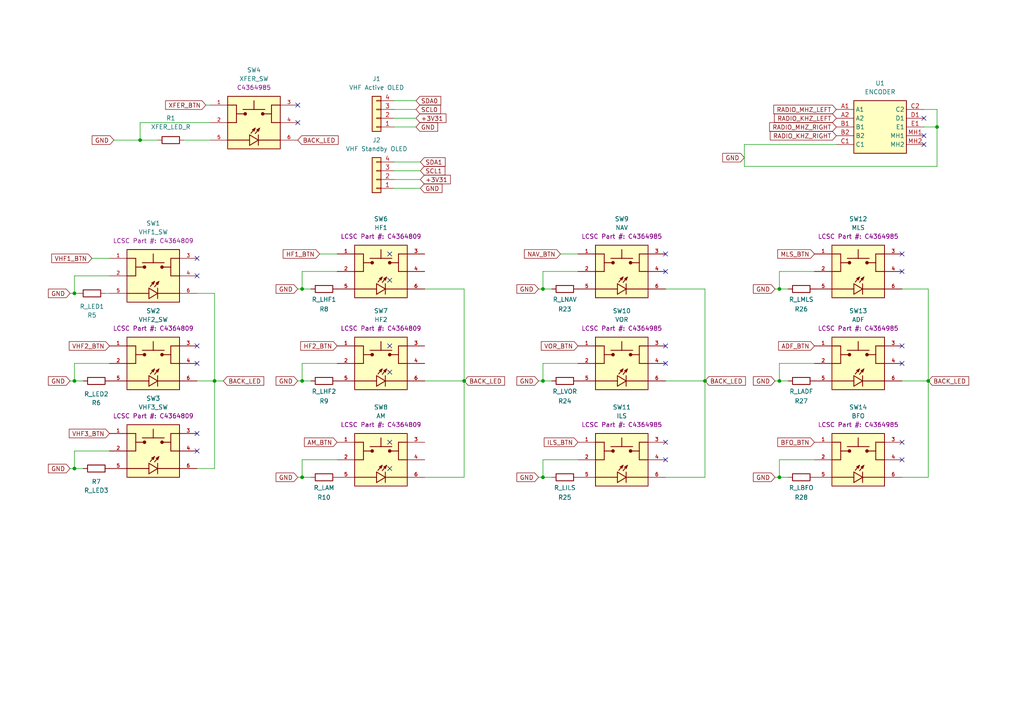
<source format=kicad_sch>
(kicad_sch (version 20231120) (generator "eeschema") (generator_version "8.0")
  (paper "A4")
  (lib_symbols
    (symbol "Connector_Generic:Conn_01x04" (pin_names (offset 1.016) hide)
      (property "Reference" "J" (at 0 5.08 0))
      (property "Value" "Conn_01x04" (at 0 -7.62 0))
      (symbol "Conn_01x04_1_1"
        (rectangle (start -1.27 -4.953) (end 0 -5.207) (stroke (width 0.1524)))
        (rectangle (start -1.27 -2.413) (end 0 -2.667) (stroke (width 0.1524)))
        (rectangle (start -1.27 0.127) (end 0 -0.127) (stroke (width 0.1524)))
        (rectangle (start -1.27 2.667) (end 0 2.413) (stroke (width 0.1524)))
        (rectangle (start -1.27 3.81) (end 1.27 -6.35) (stroke (width 0.254)) (fill (type background)))
        (pin passive line (at -5.08 2.54 0) (length 3.81) (name "Pin_1") (number "1"))
        (pin passive line (at -5.08 0 0) (length 3.81) (name "Pin_2") (number "2"))
        (pin passive line (at -5.08 -2.54 0) (length 3.81) (name "Pin_3") (number "3"))
        (pin passive line (at -5.08 -5.08 0) (length 3.81) (name "Pin_4") (number "4"))
      )
    )
    (symbol "Device:R" (pin_numbers hide) (pin_names (offset 0))
      (property "Reference" "R" (at 2.032 0 90))
      (property "Value" "R" (at 0 0 90))
      (symbol "R_0_1"
        (rectangle (start -1.016 -2.54) (end 1.016 2.54) (stroke (width 0.254)))
      )
      (symbol "R_1_1"
        (pin passive line (at 0 3.81 270) (length 1.27) (name "~") (number "1"))
        (pin passive line (at 0 -3.81 90) (length 1.27) (name "~") (number "2"))
      )
    )
    (symbol "SimPanel:EC11EBB24C03"
      (property "Reference" "U1" (at 0 12.7 0))
      (property "Value" "EC11EBB24C03" (at 0 10.16 0))
      (symbol "EC11EBB24C03_0_0"
        (pin passive line (at -12.7 5.08 0) (length 5.08) (name "A1") (number "A1"))
        (pin passive line (at -12.7 2.54 0) (length 5.08) (name "A2") (number "A2"))
        (pin passive line (at -12.7 0 0) (length 5.08) (name "B1") (number "B1"))
        (pin passive line (at -12.7 -2.54 0) (length 5.08) (name "B2") (number "B2"))
        (pin passive line (at -12.7 -5.08 0) (length 5.08) (name "C1") (number "C1"))
        (pin passive line (at 12.7 2.54 180) (length 5.08) (name "D1") (number "D1"))
        (pin passive line (at 12.7 -5.08 180) (length 5.08) (name "MH2") (number "MH2"))
      )
      (symbol "EC11EBB24C03_1_0"
        (pin passive line (at 12.7 5.08 180) (length 5.08) (name "C2") (number "C2"))
        (pin passive line (at 12.7 0 180) (length 5.08) (name "E1") (number "E1"))
        (pin passive line (at 12.7 -2.54 180) (length 5.08) (name "MH1") (number "MH1"))
      )
      (symbol "EC11EBB24C03_1_1"
        (polyline (pts (xy -7.62 7.62) (xy 7.62 7.62) (xy 7.62 -7.62) (xy -7.62 -7.62) (xy -7.62 7.62)) (stroke (width 0.254)) (fill (type background)))
      )
    )
    (symbol "SimPanel:TL3240F260R" (pin_names (offset 1.016))
      (property "Reference" "S" (at -7.62 8.382 0))
      (property "Value" "TL3240F260R" (at -7.62 -10.16 0))
      (symbol "TL3240F260R_0_0"
        (rectangle (start -7.62 -7.62) (end 7.62 7.62) (stroke (width 0.254)) (fill (type background)))
        (circle (center -2.54 2.54) (radius 0.254) (stroke (width 0.508)))
        (polyline (pts (xy -7.62 5.08) (xy -5.08 5.08)) (stroke (width 0.254)))
        (polyline (pts (xy -5.08 0) (xy -7.62 0)) (stroke (width 0.254)))
        (polyline (pts (xy -5.08 2.54) (xy -5.08 0)) (stroke (width 0.254)))
        (polyline (pts (xy -5.08 2.54) (xy -2.54 2.54)) (stroke (width 0.254)))
        (polyline (pts (xy -5.08 5.08) (xy -5.08 2.54)) (stroke (width 0.254)))
        (polyline (pts (xy -3.175 3.81) (xy 0 3.81)) (stroke (width 0.254)))
        (polyline (pts (xy -1.27 -6.604) (xy 1.27 -5.08)) (stroke (width 0.254)))
        (polyline (pts (xy -1.27 -5.08) (xy -7.62 -5.08)) (stroke (width 0.254)))
        (polyline (pts (xy -1.27 -5.08) (xy -1.27 -6.604)) (stroke (width 0.254)))
        (polyline (pts (xy -1.27 -3.556) (xy -1.27 -5.08)) (stroke (width 0.254)))
        (polyline (pts (xy 0 3.81) (xy 3.175 3.81)) (stroke (width 0.254)))
        (polyline (pts (xy 0 6.35) (xy 0 3.81)) (stroke (width 0.254)))
        (polyline (pts (xy 0.2794 -1.6764) (xy -0.8636 -3.0734)) (stroke (width 0.254)))
        (polyline (pts (xy 1.27 -5.08) (xy -1.27 -3.556)) (stroke (width 0.254)))
        (polyline (pts (xy 1.27 -5.08) (xy 1.27 -6.604)) (stroke (width 0.254)))
        (polyline (pts (xy 1.27 -3.556) (xy 1.27 -5.08)) (stroke (width 0.254)))
        (polyline (pts (xy 1.524 -1.778) (xy 0.381 -3.175)) (stroke (width 0.254)))
        (polyline (pts (xy 5.08 0) (xy 7.62 0)) (stroke (width 0.254)))
        (polyline (pts (xy 5.08 2.54) (xy 2.54 2.54)) (stroke (width 0.254)))
        (polyline (pts (xy 5.08 2.54) (xy 5.08 0)) (stroke (width 0.254)))
        (polyline (pts (xy 5.08 5.08) (xy 5.08 2.54)) (stroke (width 0.254)))
        (polyline (pts (xy 7.62 -5.08) (xy 1.27 -5.08)) (stroke (width 0.254)))
        (polyline (pts (xy 7.62 5.08) (xy 5.08 5.08)) (stroke (width 0.254)))
        (polyline (pts (xy -0.508 -2.032) (xy 0.0635 -2.54) (xy 0.4445 -1.524) (xy -0.508 -2.032)) (stroke (width 0.1524)) (fill (type outline)))
        (polyline (pts (xy 0.762 -2.0955) (xy 1.3335 -2.6035) (xy 1.7145 -1.524) (xy 0.762 -2.0955)) (stroke (width 0.1524)) (fill (type outline)))
        (circle (center 2.54 2.54) (radius 0.254) (stroke (width 0.508)))
        (pin passive line (at -12.7 5.08 0) (length 5.08) (name "~") (number "1"))
        (pin passive line (at -12.7 0 0) (length 5.08) (name "~") (number "2"))
        (pin passive line (at 12.7 5.08 180) (length 5.08) (name "~") (number "3"))
        (pin passive line (at 12.7 0 180) (length 5.08) (name "~") (number "4"))
        (pin passive line (at -12.7 -5.08 0) (length 5.08) (name "~") (number "5"))
        (pin passive line (at 12.7 -5.08 180) (length 5.08) (name "~") (number "6"))
      )
    )
  )
  (junction (at 21.59 135.89))
  (junction (at 157.48 83.82))
  (junction (at 134.62 110.49))
  (junction (at 226.06 110.49))
  (junction (at 226.06 83.82))
  (junction (at 157.48 110.49))
  (junction (at 271.78 36.83))
  (junction (at 226.06 138.43))
  (junction (at 21.59 110.49))
  (junction (at 62.23 110.49))
  (junction (at 204.47 110.49))
  (junction (at 157.48 138.43))
  (junction (at 87.63 110.49))
  (junction (at 87.63 138.43))
  (junction (at 269.24 110.49))
  (junction (at 40.64 40.64))
  (junction (at 87.63 83.82))
  (junction (at 21.59 85.09))
  (no_connect (at 57.15 74.93))
  (no_connect (at 261.62 105.41))
  (no_connect (at 57.15 130.81))
  (no_connect (at 113.03 100.33))
  (no_connect (at 86.36 35.56))
  (no_connect (at 267.97 39.37))
  (no_connect (at 113.03 73.66))
  (no_connect (at 113.03 128.27))
  (no_connect (at 261.62 100.33))
  (no_connect (at 193.04 100.33))
  (no_connect (at 57.15 125.73))
  (no_connect (at 57.15 105.41))
  (no_connect (at 267.97 41.91))
  (no_connect (at 193.04 105.41))
  (no_connect (at 57.15 100.33))
  (no_connect (at 267.97 34.29))
  (no_connect (at 113.03 107.95))
  (no_connect (at 261.62 78.74))
  (no_connect (at 193.04 78.74))
  (no_connect (at 261.62 73.66))
  (no_connect (at 193.04 128.27))
  (no_connect (at 113.03 81.28))
  (no_connect (at 193.04 133.35))
  (no_connect (at 261.62 133.35))
  (no_connect (at 193.04 73.66))
  (no_connect (at 86.36 30.48))
  (no_connect (at 57.15 80.01))
  (no_connect (at 261.62 128.27))
  (no_connect (at 113.03 135.89))
  (wire (pts (xy 224.79 83.82) (xy 226.06 83.82)))
  (wire (pts (xy 21.59 85.09) (xy 22.86 85.09)))
  (wire (pts (xy 121.92 49.53) (xy 114.3 49.53)))
  (wire (pts (xy 21.59 80.01) (xy 21.59 85.09)))
  (wire (pts (xy 21.59 135.89) (xy 24.13 135.89)))
  (wire (pts (xy 31.75 105.41) (xy 21.59 105.41)))
  (wire (pts (xy 224.79 110.49) (xy 226.06 110.49)))
  (wire (pts (xy 40.64 40.64) (xy 45.72 40.64)))
  (wire (pts (xy 236.22 105.41) (xy 226.06 105.41)))
  (wire (pts (xy 40.64 35.56) (xy 40.64 40.64)))
  (wire (pts (xy 226.06 133.35) (xy 226.06 138.43)))
  (wire (pts (xy 114.3 36.83) (xy 120.65 36.83)))
  (wire (pts (xy 86.36 138.43) (xy 87.63 138.43)))
  (wire (pts (xy 267.97 31.75) (xy 271.78 31.75)))
  (wire (pts (xy 87.63 83.82) (xy 90.17 83.82)))
  (wire (pts (xy 134.62 110.49) (xy 134.62 138.43)))
  (wire (pts (xy 261.62 83.82) (xy 269.24 83.82)))
  (wire (pts (xy 157.48 110.49) (xy 160.02 110.49)))
  (wire (pts (xy 261.62 110.49) (xy 269.24 110.49)))
  (wire (pts (xy 21.59 105.41) (xy 21.59 110.49)))
  (wire (pts (xy 40.64 35.56) (xy 60.96 35.56)))
  (wire (pts (xy 204.47 83.82) (xy 204.47 110.49)))
  (wire (pts (xy 167.64 78.74) (xy 157.48 78.74)))
  (wire (pts (xy 269.24 83.82) (xy 269.24 110.49)))
  (wire (pts (xy 20.32 85.09) (xy 21.59 85.09)))
  (wire (pts (xy 167.64 105.41) (xy 157.48 105.41)))
  (wire (pts (xy 215.9 41.91) (xy 215.9 48.26)))
  (wire (pts (xy 120.65 29.21) (xy 114.3 29.21)))
  (wire (pts (xy 123.19 83.82) (xy 134.62 83.82)))
  (wire (pts (xy 123.19 110.49) (xy 134.62 110.49)))
  (wire (pts (xy 267.97 36.83) (xy 271.78 36.83)))
  (wire (pts (xy 64.77 110.49) (xy 62.23 110.49)))
  (wire (pts (xy 120.65 34.29) (xy 114.3 34.29)))
  (wire (pts (xy 226.06 105.41) (xy 226.06 110.49)))
  (wire (pts (xy 193.04 110.49) (xy 204.47 110.49)))
  (wire (pts (xy 57.15 110.49) (xy 62.23 110.49)))
  (wire (pts (xy 87.63 105.41) (xy 87.63 110.49)))
  (wire (pts (xy 97.79 73.66) (xy 92.71 73.66)))
  (wire (pts (xy 121.92 46.99) (xy 114.3 46.99)))
  (wire (pts (xy 21.59 130.81) (xy 21.59 135.89)))
  (wire (pts (xy 224.79 138.43) (xy 226.06 138.43)))
  (wire (pts (xy 269.24 110.49) (xy 269.24 138.43)))
  (wire (pts (xy 123.19 138.43) (xy 134.62 138.43)))
  (wire (pts (xy 31.75 85.09) (xy 30.48 85.09)))
  (wire (pts (xy 87.63 138.43) (xy 90.17 138.43)))
  (wire (pts (xy 121.92 52.07) (xy 114.3 52.07)))
  (wire (pts (xy 87.63 78.74) (xy 87.63 83.82)))
  (wire (pts (xy 33.02 40.64) (xy 40.64 40.64)))
  (wire (pts (xy 226.06 78.74) (xy 226.06 83.82)))
  (wire (pts (xy 226.06 83.82) (xy 228.6 83.82)))
  (wire (pts (xy 226.06 110.49) (xy 228.6 110.49)))
  (wire (pts (xy 62.23 110.49) (xy 62.23 135.89)))
  (wire (pts (xy 62.23 85.09) (xy 62.23 110.49)))
  (wire (pts (xy 157.48 133.35) (xy 157.48 138.43)))
  (wire (pts (xy 242.57 41.91) (xy 215.9 41.91)))
  (wire (pts (xy 20.32 110.49) (xy 21.59 110.49)))
  (wire (pts (xy 167.64 73.66) (xy 162.56 73.66)))
  (wire (pts (xy 226.06 138.43) (xy 228.6 138.43)))
  (wire (pts (xy 157.48 138.43) (xy 160.02 138.43)))
  (wire (pts (xy 59.69 30.48) (xy 60.96 30.48)))
  (wire (pts (xy 193.04 138.43) (xy 204.47 138.43)))
  (wire (pts (xy 97.79 133.35) (xy 87.63 133.35)))
  (wire (pts (xy 156.21 138.43) (xy 157.48 138.43)))
  (wire (pts (xy 156.21 110.49) (xy 157.48 110.49)))
  (wire (pts (xy 31.75 74.93) (xy 26.67 74.93)))
  (wire (pts (xy 97.79 105.41) (xy 87.63 105.41)))
  (wire (pts (xy 62.23 135.89) (xy 57.15 135.89)))
  (wire (pts (xy 31.75 130.81) (xy 21.59 130.81)))
  (wire (pts (xy 86.36 110.49) (xy 87.63 110.49)))
  (wire (pts (xy 193.04 83.82) (xy 204.47 83.82)))
  (wire (pts (xy 271.78 31.75) (xy 271.78 36.83)))
  (wire (pts (xy 236.22 78.74) (xy 226.06 78.74)))
  (wire (pts (xy 261.62 138.43) (xy 269.24 138.43)))
  (wire (pts (xy 156.21 83.82) (xy 157.48 83.82)))
  (wire (pts (xy 87.63 110.49) (xy 90.17 110.49)))
  (wire (pts (xy 114.3 54.61) (xy 121.92 54.61)))
  (wire (pts (xy 157.48 105.41) (xy 157.48 110.49)))
  (wire (pts (xy 271.78 36.83) (xy 271.78 48.26)))
  (wire (pts (xy 236.22 133.35) (xy 226.06 133.35)))
  (wire (pts (xy 20.32 135.89) (xy 21.59 135.89)))
  (wire (pts (xy 167.64 133.35) (xy 157.48 133.35)))
  (wire (pts (xy 57.15 85.09) (xy 62.23 85.09)))
  (wire (pts (xy 271.78 48.26) (xy 215.9 48.26)))
  (wire (pts (xy 120.65 31.75) (xy 114.3 31.75)))
  (wire (pts (xy 157.48 83.82) (xy 160.02 83.82)))
  (wire (pts (xy 157.48 78.74) (xy 157.48 83.82)))
  (wire (pts (xy 204.47 110.49) (xy 204.47 138.43)))
  (wire (pts (xy 31.75 80.01) (xy 21.59 80.01)))
  (wire (pts (xy 134.62 83.82) (xy 134.62 110.49)))
  (wire (pts (xy 21.59 110.49) (xy 24.13 110.49)))
  (wire (pts (xy 97.79 78.74) (xy 87.63 78.74)))
  (wire (pts (xy 86.36 83.82) (xy 87.63 83.82)))
  (wire (pts (xy 53.34 40.64) (xy 60.96 40.64)))
  (wire (pts (xy 87.63 133.35) (xy 87.63 138.43)))
  (global_label "GND" (shape input) (at 86.36 110.49 180) (property "Intersheetrefs" "${INTERSHEET_REFS}" (effects (hide yes))))
  (global_label "GND" (shape input) (at 20.32 110.49 180) (property "Intersheetrefs" "${INTERSHEET_REFS}" (effects (hide yes))))
  (global_label "GND" (shape input) (at 156.21 138.43 180) (property "Intersheetrefs" "${INTERSHEET_REFS}" (effects (hide yes))))
  (global_label "BACK_LED" (shape input) (at 269.24 110.49 0) (property "Intersheetrefs" "${INTERSHEET_REFS}" (effects (hide yes))))
  (global_label "SCL0" (shape input) (at 120.65 31.75 0) (property "Intersheetrefs" "${INTERSHEET_REFS}" (effects (hide yes))))
  (global_label "GND" (shape input) (at 20.32 135.89 180) (property "Intersheetrefs" "${INTERSHEET_REFS}" (effects (hide yes))))
  (global_label "GND" (shape input) (at 33.02 40.64 180) (property "Intersheetrefs" "${INTERSHEET_REFS}" (effects (hide yes))))
  (global_label "BACK_LED" (shape input) (at 86.36 40.64 0) (property "Intersheetrefs" "${INTERSHEET_REFS}" (effects (hide yes))))
  (global_label "GND" (shape input) (at 215.9 45.72 180) (property "Intersheetrefs" "${INTERSHEET_REFS}" (effects (hide yes))))
  (global_label "VHF1_BTN" (shape input) (at 26.67 74.93 180) (property "Intersheetrefs" "${INTERSHEET_REFS}" (effects (hide yes))))
  (global_label "VOR_BTN" (shape input) (at 167.64 100.33 180) (property "Intersheetrefs" "${INTERSHEET_REFS}" (effects (hide yes))))
  (global_label "RADIO_KHZ_LEFT" (shape input) (at 242.57 34.29 180) (property "Intersheetrefs" "${INTERSHEET_REFS}" (effects (hide yes))))
  (global_label "GND" (shape input) (at 86.36 83.82 180) (property "Intersheetrefs" "${INTERSHEET_REFS}" (effects (hide yes))))
  (global_label "BFO_BTN" (shape input) (at 236.22 128.27 180) (property "Intersheetrefs" "${INTERSHEET_REFS}" (effects (hide yes))))
  (global_label "BACK_LED" (shape input) (at 134.62 110.49 0) (property "Intersheetrefs" "${INTERSHEET_REFS}" (effects (hide yes))))
  (global_label "GND" (shape input) (at 156.21 110.49 180) (property "Intersheetrefs" "${INTERSHEET_REFS}" (effects (hide yes))))
  (global_label "ADF_BTN" (shape input) (at 236.22 100.33 180) (property "Intersheetrefs" "${INTERSHEET_REFS}" (effects (hide yes))))
  (global_label "GND" (shape input) (at 224.79 110.49 180) (property "Intersheetrefs" "${INTERSHEET_REFS}" (effects (hide yes))))
  (global_label "AM_BTN" (shape input) (at 97.79 128.27 180) (property "Intersheetrefs" "${INTERSHEET_REFS}" (effects (hide yes))))
  (global_label "HF1_BTN" (shape input) (at 92.71 73.66 180) (property "Intersheetrefs" "${INTERSHEET_REFS}" (effects (hide yes))))
  (global_label "GND" (shape input) (at 156.21 83.82 180) (property "Intersheetrefs" "${INTERSHEET_REFS}" (effects (hide yes))))
  (global_label "+3V31" (shape input) (at 121.92 52.07 0) (property "Intersheetrefs" "${INTERSHEET_REFS}" (effects (hide yes))))
  (global_label "VHF2_BTN" (shape input) (at 31.75 100.33 180) (property "Intersheetrefs" "${INTERSHEET_REFS}" (effects (hide yes))))
  (global_label "BACK_LED" (shape input) (at 204.47 110.49 0) (property "Intersheetrefs" "${INTERSHEET_REFS}" (effects (hide yes))))
  (global_label "ILS_BTN" (shape input) (at 167.64 128.27 180) (property "Intersheetrefs" "${INTERSHEET_REFS}" (effects (hide yes))))
  (global_label "+3V31" (shape input) (at 120.65 34.29 0) (property "Intersheetrefs" "${INTERSHEET_REFS}" (effects (hide yes))))
  (global_label "VHF3_BTN" (shape input) (at 31.75 125.73 180) (property "Intersheetrefs" "${INTERSHEET_REFS}" (effects (hide yes))))
  (global_label "BACK_LED" (shape input) (at 64.77 110.49 0) (property "Intersheetrefs" "${INTERSHEET_REFS}" (effects (hide yes))))
  (global_label "SCL1" (shape input) (at 121.92 49.53 0) (property "Intersheetrefs" "${INTERSHEET_REFS}" (effects (hide yes))))
  (global_label "GND" (shape input) (at 20.32 85.09 180) (property "Intersheetrefs" "${INTERSHEET_REFS}" (effects (hide yes))))
  (global_label "NAV_BTN" (shape input) (at 162.56 73.66 180) (property "Intersheetrefs" "${INTERSHEET_REFS}" (effects (hide yes))))
  (global_label "HF2_BTN" (shape input) (at 97.79 100.33 180) (property "Intersheetrefs" "${INTERSHEET_REFS}" (effects (hide yes))))
  (global_label "GND" (shape input) (at 224.79 83.82 180) (property "Intersheetrefs" "${INTERSHEET_REFS}" (effects (hide yes))))
  (global_label "GND" (shape input) (at 224.79 138.43 180) (property "Intersheetrefs" "${INTERSHEET_REFS}" (effects (hide yes))))
  (global_label "RADIO_MHZ_RIGHT" (shape input) (at 242.57 36.83 180) (property "Intersheetrefs" "${INTERSHEET_REFS}" (effects (hide yes))))
  (global_label "GND" (shape input) (at 121.92 54.61 0) (property "Intersheetrefs" "${INTERSHEET_REFS}" (effects (hide yes))))
  (global_label "GND" (shape input) (at 120.65 36.83 0) (property "Intersheetrefs" "${INTERSHEET_REFS}" (effects (hide yes))))
  (global_label "SDA1" (shape input) (at 121.92 46.99 0) (property "Intersheetrefs" "${INTERSHEET_REFS}" (effects (hide yes))))
  (global_label "GND" (shape input) (at 86.36 138.43 180) (property "Intersheetrefs" "${INTERSHEET_REFS}" (effects (hide yes))))
  (global_label "RADIO_MHZ_LEFT" (shape input) (at 242.57 31.75 180) (property "Intersheetrefs" "${INTERSHEET_REFS}" (effects (hide yes))))
  (global_label "XFER_BTN" (shape input) (at 59.69 30.48 180) (property "Intersheetrefs" "${INTERSHEET_REFS}" (effects (hide yes))))
  (global_label "SDA0" (shape input) (at 120.65 29.21 0) (property "Intersheetrefs" "${INTERSHEET_REFS}" (effects (hide yes))))
  (global_label "MLS_BTN" (shape input) (at 236.22 73.66 180) (property "Intersheetrefs" "${INTERSHEET_REFS}" (effects (hide yes))))
  (global_label "RADIO_KHZ_RIGHT" (shape input) (at 242.57 39.37 180) (property "Intersheetrefs" "${INTERSHEET_REFS}" (effects (hide yes))))
  (symbol (lib_id "Device:R") (at 232.41 110.49 270) (unit 1)
    (property "Reference" "R27" (at 232.41 116.332 90))
    (property "Value" "R_LADF" (at 232.41 113.538 90))
    (property "Footprint" "Resistor_SMD:R_1206_3216Metric_Pad1.30x1.75mm_HandSolder" (effects (hide yes)))
    (property "Description" "Resistor" (effects (hide yes)))
  )
  (symbol (lib_id "Device:R") (at 93.98 138.43 270) (unit 1)
    (property "Reference" "R10" (at 93.98 144.272 90))
    (property "Value" "R_LAM" (at 93.98 141.478 90))
    (property "Footprint" "Resistor_SMD:R_1206_3216Metric_Pad1.30x1.75mm_HandSolder" (effects (hide yes)))
    (property "Description" "Resistor" (effects (hide yes)))
  )
  (symbol (lib_id "SimPanel:TL3240F260R") (at 110.49 78.74 0) (unit 1)
    (property "Reference" "SW6" (at 110.49 63.5 0))
    (property "Value" "HF1" (at 110.49 66.04 0))
    (property "Footprint" "SimPanel:SW_TL3240F260R" (effects (hide yes)))
    (property "Datasheet" "https://www.e-switch.com/wp-content/uploads/2022/06/TL6275.pdf" (effects (hide yes)))
    (property "Description" "Push button switch with LED" (effects (hide yes)))
    (property "LCSC Part #" "C4364809" (at 110.49 68.58 0) (show_name yes))
    (property "MF" "E-Switch" (effects (hide yes)))
    (property "MAXIMUM_PACKAGE_HEIGHT" "8.05mm" (effects (hide yes)))
    (property "Package" "None" (effects (hide yes)))
    (property "Price" "None" (effects (hide yes)))
    (property "Check_prices" "https://www.snapeda.com/parts/TL3240F260R/E-Switch/view-part/?ref=eda" (effects (hide yes)))
    (property "STANDARD" "Manufacturer Recommendations" (effects (hide yes)))
    (property "PARTREV" "D" (effects (hide yes)))
    (property "SnapEDA_Link" "https://www.snapeda.com/parts/TL3240F260R/E-Switch/view-part/?ref=snap" (effects (hide yes)))
    (property "MP" "TL3240F260R" (effects (hide yes)))
    (property "Description_1" "\nTactile Switch SPST-NO Top Actuated Surface Mount\n" (effects (hide yes)))
    (property "Availability" "In Stock" (effects (hide yes)))
    (property "MANUFACTURER" "E-Switch" (effects (hide yes)))
  )
  (symbol (lib_id "SimPanel:TL3240F260R") (at 110.49 105.41 0) (unit 1)
    (property "Reference" "SW7" (at 110.49 90.17 0))
    (property "Value" "HF2" (at 110.49 92.71 0))
    (property "Footprint" "SimPanel:SW_TL3240F260R" (effects (hide yes)))
    (property "Datasheet" "https://www.e-switch.com/wp-content/uploads/2022/06/TL6275.pdf" (effects (hide yes)))
    (property "Description" "Push button switch with LED" (effects (hide yes)))
    (property "LCSC Part #" "C4364809" (at 110.49 95.25 0) (show_name yes))
    (property "MF" "E-Switch" (effects (hide yes)))
    (property "MAXIMUM_PACKAGE_HEIGHT" "8.05mm" (effects (hide yes)))
    (property "Package" "None" (effects (hide yes)))
    (property "Price" "None" (effects (hide yes)))
    (property "Check_prices" "https://www.snapeda.com/parts/TL3240F260R/E-Switch/view-part/?ref=eda" (effects (hide yes)))
    (property "STANDARD" "Manufacturer Recommendations" (effects (hide yes)))
    (property "PARTREV" "D" (effects (hide yes)))
    (property "SnapEDA_Link" "https://www.snapeda.com/parts/TL3240F260R/E-Switch/view-part/?ref=snap" (effects (hide yes)))
    (property "MP" "TL3240F260R" (effects (hide yes)))
    (property "Description_1" "\nTactile Switch SPST-NO Top Actuated Surface Mount\n" (effects (hide yes)))
    (property "Availability" "In Stock" (effects (hide yes)))
    (property "MANUFACTURER" "E-Switch" (effects (hide yes)))
  )
  (symbol (lib_id "Device:R") (at 163.83 138.43 270) (unit 1)
    (property "Reference" "R25" (at 163.83 144.272 90))
    (property "Value" "R_LILS" (at 163.83 141.478 90))
    (property "Footprint" "Resistor_SMD:R_1206_3216Metric_Pad1.30x1.75mm_HandSolder" (effects (hide yes)))
    (property "Description" "Resistor" (effects (hide yes)))
  )
  (symbol (lib_id "Device:R") (at 49.53 40.64 90) (unit 1)
    (property "Reference" "R1" (at 49.53 34.29 90))
    (property "Value" "XFER_LED_R" (at 49.53 36.83 90))
    (property "Footprint" "Resistor_SMD:R_1206_3216Metric_Pad1.30x1.75mm_HandSolder" (effects (hide yes)))
    (property "Description" "Resistor" (effects (hide yes)))
  )
  (symbol (lib_id "SimPanel:TL3240F260R") (at 44.45 80.01 0) (unit 1)
    (property "Reference" "SW1" (at 44.45 64.77 0))
    (property "Value" "VHF1_SW" (at 44.45 67.31 0))
    (property "Footprint" "SimPanel:SW_TL3240F260R" (effects (hide yes)))
    (property "Datasheet" "https://www.e-switch.com/wp-content/uploads/2022/06/TL6275.pdf" (effects (hide yes)))
    (property "Description" "Push button switch with LED" (effects (hide yes)))
    (property "LCSC Part #" "C4364809" (at 44.45 69.85 0) (show_name yes))
    (property "MF" "E-Switch" (effects (hide yes)))
    (property "MAXIMUM_PACKAGE_HEIGHT" "8.05mm" (effects (hide yes)))
    (property "Package" "None" (effects (hide yes)))
    (property "Price" "None" (effects (hide yes)))
    (property "Check_prices" "https://www.snapeda.com/parts/TL3240F260R/E-Switch/view-part/?ref=eda" (effects (hide yes)))
    (property "STANDARD" "Manufacturer Recommendations" (effects (hide yes)))
    (property "PARTREV" "D" (effects (hide yes)))
    (property "SnapEDA_Link" "https://www.snapeda.com/parts/TL3240F260R/E-Switch/view-part/?ref=snap" (effects (hide yes)))
    (property "MP" "TL3240F260R" (effects (hide yes)))
    (property "Description_1" "\nTactile Switch SPST-NO Top Actuated Surface Mount\n" (effects (hide yes)))
    (property "Availability" "In Stock" (effects (hide yes)))
    (property "MANUFACTURER" "E-Switch" (effects (hide yes)))
  )
  (symbol (lib_id "SimPanel:TL3240F260R") (at 180.34 105.41 0) (unit 1)
    (property "Reference" "SW10" (at 180.34 90.17 0))
    (property "Value" "VOR" (at 180.34 92.71 0))
    (property "Footprint" "SimPanel:SW_TL3240F260R" (effects (hide yes)))
    (property "Datasheet" "https://www.e-switch.com/wp-content/uploads/2022/06/TL6275.pdf" (effects (hide yes)))
    (property "Description" "Push button switch with LED" (effects (hide yes)))
    (property "LCSC Part #" "C4364985" (at 180.34 95.25 0) (show_name yes))
    (property "MF" "E-Switch" (effects (hide yes)))
    (property "MAXIMUM_PACKAGE_HEIGHT" "8.05mm" (effects (hide yes)))
    (property "Package" "None" (effects (hide yes)))
    (property "Price" "None" (effects (hide yes)))
    (property "Check_prices" "https://www.snapeda.com/parts/TL3240F260R/E-Switch/view-part/?ref=eda" (effects (hide yes)))
    (property "STANDARD" "Manufacturer Recommendations" (effects (hide yes)))
    (property "PARTREV" "D" (effects (hide yes)))
    (property "SnapEDA_Link" "https://www.snapeda.com/parts/TL3240F260R/E-Switch/view-part/?ref=snap" (effects (hide yes)))
    (property "MP" "TL3240F260R" (effects (hide yes)))
    (property "Description_1" "\nTactile Switch SPST-NO Top Actuated Surface Mount\n" (effects (hide yes)))
    (property "Availability" "In Stock" (effects (hide yes)))
    (property "MANUFACTURER" "E-Switch" (effects (hide yes)))
  )
  (symbol (lib_id "Device:R") (at 232.41 138.43 270) (unit 1)
    (property "Reference" "R28" (at 232.41 144.272 90))
    (property "Value" "R_LBFO" (at 232.41 141.478 90))
    (property "Footprint" "Resistor_SMD:R_1206_3216Metric_Pad1.30x1.75mm_HandSolder" (effects (hide yes)))
    (property "Description" "Resistor" (effects (hide yes)))
  )
  (symbol (lib_id "SimPanel:TL3240F260R") (at 44.45 105.41 0) (unit 1)
    (property "Reference" "SW2" (at 44.45 90.17 0))
    (property "Value" "VHF2_SW" (at 44.45 92.71 0))
    (property "Footprint" "SimPanel:SW_TL3240F260R" (effects (hide yes)))
    (property "Datasheet" "https://www.e-switch.com/wp-content/uploads/2022/06/TL6275.pdf" (effects (hide yes)))
    (property "Description" "Push button switch with LED" (effects (hide yes)))
    (property "LCSC Part #" "C4364809" (at 44.45 95.25 0) (show_name yes))
    (property "MF" "E-Switch" (effects (hide yes)))
    (property "MAXIMUM_PACKAGE_HEIGHT" "8.05mm" (effects (hide yes)))
    (property "Package" "None" (effects (hide yes)))
    (property "Price" "None" (effects (hide yes)))
    (property "Check_prices" "https://www.snapeda.com/parts/TL3240F260R/E-Switch/view-part/?ref=eda" (effects (hide yes)))
    (property "STANDARD" "Manufacturer Recommendations" (effects (hide yes)))
    (property "PARTREV" "D" (effects (hide yes)))
    (property "SnapEDA_Link" "https://www.snapeda.com/parts/TL3240F260R/E-Switch/view-part/?ref=snap" (effects (hide yes)))
    (property "MP" "TL3240F260R" (effects (hide yes)))
    (property "Description_1" "\nTactile Switch SPST-NO Top Actuated Surface Mount\n" (effects (hide yes)))
    (property "Availability" "In Stock" (effects (hide yes)))
    (property "MANUFACTURER" "E-Switch" (effects (hide yes)))
  )
  (symbol (lib_id "Connector_Generic:Conn_01x04") (at 109.22 34.29 180) (unit 1)
    (property "Reference" "J1" (at 109.22 22.86 0))
    (property "Value" "VHF Active OLED" (at 109.22 25.4 0))
    (property "Footprint" "Connector_PinSocket_2.54mm:PinSocket_1x04_P2.54mm_Vertical" (effects (hide yes)))
  )
  (symbol (lib_id "Device:R") (at 232.41 83.82 270) (unit 1)
    (property "Reference" "R26" (at 232.41 89.662 90))
    (property "Value" "R_LMLS" (at 232.41 86.868 90))
    (property "Footprint" "Resistor_SMD:R_1206_3216Metric_Pad1.30x1.75mm_HandSolder" (effects (hide yes)))
    (property "Description" "Resistor" (effects (hide yes)))
  )
  (symbol (lib_id "Device:R") (at 93.98 83.82 270) (unit 1)
    (property "Reference" "R8" (at 93.98 89.662 90))
    (property "Value" "R_LHF1" (at 93.98 86.868 90))
    (property "Footprint" "Resistor_SMD:R_1206_3216Metric_Pad1.30x1.75mm_HandSolder" (effects (hide yes)))
    (property "Description" "Resistor" (effects (hide yes)))
  )
  (symbol (lib_id "SimPanel:EC11EBB24C03") (at 255.27 36.83 0) (unit 1)
    (property "Reference" "U1" (at 255.27 24.13 0))
    (property "Value" "ENCODER" (at 255.27 26.67 0))
    (property "Footprint" "SimPanel:EC11EBB24C03" (effects (hide yes)))
    (property "Datasheet" "https://componentsearchengine.com/Datasheets/2/EC11EBB24C03.pdf" (effects (hide yes)))
    (property "Description" "Alps 15 Pulse Incremental Mechanical Rotary Encoder with a 3.5 (Inner Shaft) mm, 6 (Outer Shaft) mm" (effects (hide yes)))
    (property "Height" "33" (effects (hide yes)))
    (property "Manufacturer_Name" "ALPS Electric" (effects (hide yes)))
    (property "Manufacturer_Part_Number" "EC11EBB24C03" (effects (hide yes)))
    (property "Mouser Part Number" "688-EC11EBB24C03" (effects (hide yes)))
    (property "Mouser Price/Stock" "https://www.mouser.co.uk/ProductDetail/Alps-Alpine/EC11EBB24C03?qs=m0BA540hBPc5hAJ6UyzIrA%3D%3D" (effects (hide yes)))
    (property "MobiFlight_Shop" "https://shop.mobiflight.com/product/dual-rotary-encoder" (effects (hide yes)))
  )
  (symbol (lib_id "Device:R") (at 163.83 110.49 270) (unit 1)
    (property "Reference" "R24" (at 163.83 116.332 90))
    (property "Value" "R_LVOR" (at 163.83 113.538 90))
    (property "Footprint" "Resistor_SMD:R_1206_3216Metric_Pad1.30x1.75mm_HandSolder" (effects (hide yes)))
    (property "Description" "Resistor" (effects (hide yes)))
  )
  (symbol (lib_id "Device:R") (at 93.98 110.49 270) (unit 1)
    (property "Reference" "R9" (at 93.98 116.332 90))
    (property "Value" "R_LHF2" (at 93.98 113.538 90))
    (property "Footprint" "Resistor_SMD:R_1206_3216Metric_Pad1.30x1.75mm_HandSolder" (effects (hide yes)))
    (property "Description" "Resistor" (effects (hide yes)))
  )
  (symbol (lib_id "Connector_Generic:Conn_01x04") (at 109.22 52.07 180) (unit 1)
    (property "Reference" "J2" (at 109.22 40.64 0))
    (property "Value" "VHF Standby OLED" (at 109.22 43.18 0))
    (property "Footprint" "Connector_PinSocket_2.54mm:PinSocket_1x04_P2.54mm_Vertical" (effects (hide yes)))
  )
  (symbol (lib_id "SimPanel:TL3240F260R") (at 180.34 133.35 0) (unit 1)
    (property "Reference" "SW11" (at 180.34 118.11 0))
    (property "Value" "ILS" (at 180.34 120.65 0))
    (property "Footprint" "SimPanel:SW_TL3240F260R" (effects (hide yes)))
    (property "Datasheet" "https://www.e-switch.com/wp-content/uploads/2022/06/TL6275.pdf" (effects (hide yes)))
    (property "Description" "Push button switch with LED" (effects (hide yes)))
    (property "LCSC Part #" "C4364985" (at 180.34 123.19 0) (show_name yes))
    (property "MF" "E-Switch" (effects (hide yes)))
    (property "MAXIMUM_PACKAGE_HEIGHT" "8.05mm" (effects (hide yes)))
    (property "Package" "None" (effects (hide yes)))
    (property "Price" "None" (effects (hide yes)))
    (property "Check_prices" "https://www.snapeda.com/parts/TL3240F260R/E-Switch/view-part/?ref=eda" (effects (hide yes)))
    (property "STANDARD" "Manufacturer Recommendations" (effects (hide yes)))
    (property "PARTREV" "D" (effects (hide yes)))
    (property "SnapEDA_Link" "https://www.snapeda.com/parts/TL3240F260R/E-Switch/view-part/?ref=snap" (effects (hide yes)))
    (property "MP" "TL3240F260R" (effects (hide yes)))
    (property "Description_1" "\nTactile Switch SPST-NO Top Actuated Surface Mount\n" (effects (hide yes)))
    (property "Availability" "In Stock" (effects (hide yes)))
    (property "MANUFACTURER" "E-Switch" (effects (hide yes)))
  )
  (symbol (lib_id "SimPanel:TL3240F260R") (at 248.92 133.35 0) (unit 1)
    (property "Reference" "SW14" (at 248.92 118.11 0))
    (property "Value" "BFO" (at 248.92 120.65 0))
    (property "Footprint" "SimPanel:SW_TL3240F260R" (effects (hide yes)))
    (property "Datasheet" "https://www.e-switch.com/wp-content/uploads/2022/06/TL6275.pdf" (effects (hide yes)))
    (property "Description" "Push button switch with LED" (effects (hide yes)))
    (property "LCSC Part #" "C4364985" (at 248.92 123.19 0) (show_name yes))
    (property "MF" "E-Switch" (effects (hide yes)))
    (property "MAXIMUM_PACKAGE_HEIGHT" "8.05mm" (effects (hide yes)))
    (property "Package" "None" (effects (hide yes)))
    (property "Price" "None" (effects (hide yes)))
    (property "Check_prices" "https://www.snapeda.com/parts/TL3240F260R/E-Switch/view-part/?ref=eda" (effects (hide yes)))
    (property "STANDARD" "Manufacturer Recommendations" (effects (hide yes)))
    (property "PARTREV" "D" (effects (hide yes)))
    (property "SnapEDA_Link" "https://www.snapeda.com/parts/TL3240F260R/E-Switch/view-part/?ref=snap" (effects (hide yes)))
    (property "MP" "TL3240F260R" (effects (hide yes)))
    (property "Description_1" "\nTactile Switch SPST-NO Top Actuated Surface Mount\n" (effects (hide yes)))
    (property "Availability" "In Stock" (effects (hide yes)))
    (property "MANUFACTURER" "E-Switch" (effects (hide yes)))
  )
  (symbol (lib_id "SimPanel:TL3240F260R") (at 73.66 35.56 0) (unit 1)
    (property "Reference" "SW4" (at 73.66 20.32 0))
    (property "Value" "XFER_SW" (at 73.66 22.86 0))
    (property "Footprint" "SimPanel:SW_TL3240F260R" (effects (hide yes)))
    (property "Datasheet" "https://www.e-switch.com/wp-content/uploads/2022/06/TL6275.pdf" (effects (hide yes)))
    (property "Description" "Push button switch with LED" (effects (hide yes)))
    (property "LCSC Part #" "C4364985" (at 73.66 25.4 0))
    (property "MF" "E-Switch" (effects (hide yes)))
    (property "MAXIMUM_PACKAGE_HEIGHT" "8.05mm" (effects (hide yes)))
    (property "Package" "None" (effects (hide yes)))
    (property "Price" "None" (effects (hide yes)))
    (property "Check_prices" "https://www.snapeda.com/parts/TL3240F260R/E-Switch/view-part/?ref=eda" (effects (hide yes)))
    (property "STANDARD" "Manufacturer Recommendations" (effects (hide yes)))
    (property "PARTREV" "D" (effects (hide yes)))
    (property "SnapEDA_Link" "https://www.snapeda.com/parts/TL3240F260R/E-Switch/view-part/?ref=snap" (effects (hide yes)))
    (property "MP" "TL3240F260R" (effects (hide yes)))
    (property "Description_1" "\nTactile Switch SPST-NO Top Actuated Surface Mount\n" (effects (hide yes)))
    (property "Availability" "In Stock" (effects (hide yes)))
    (property "MANUFACTURER" "E-Switch" (effects (hide yes)))
  )
  (symbol (lib_id "Device:R") (at 26.67 85.09 270) (unit 1)
    (property "Reference" "R5" (at 26.67 91.44 90))
    (property "Value" "R_LED1" (at 26.67 88.9 90))
    (property "Footprint" "Resistor_SMD:R_1206_3216Metric_Pad1.30x1.75mm_HandSolder" (effects (hide yes)))
    (property "Description" "Resistor" (effects (hide yes)))
  )
  (symbol (lib_id "Device:R") (at 163.83 83.82 270) (unit 1)
    (property "Reference" "R23" (at 163.83 89.662 90))
    (property "Value" "R_LNAV" (at 163.83 86.868 90))
    (property "Footprint" "Resistor_SMD:R_1206_3216Metric_Pad1.30x1.75mm_HandSolder" (effects (hide yes)))
    (property "Description" "Resistor" (effects (hide yes)))
  )
  (symbol (lib_id "Device:R") (at 27.94 110.49 270) (unit 1)
    (property "Reference" "R6" (at 27.94 116.84 90))
    (property "Value" "R_LED2" (at 27.94 114.3 90))
    (property "Footprint" "Resistor_SMD:R_1206_3216Metric_Pad1.30x1.75mm_HandSolder" (effects (hide yes)))
    (property "Description" "Resistor" (effects (hide yes)))
  )
  (symbol (lib_id "Device:R") (at 27.94 135.89 90) (unit 1)
    (property "Reference" "R7" (at 27.94 139.7 90))
    (property "Value" "R_LED3" (at 27.94 142.24 90))
    (property "Footprint" "Resistor_SMD:R_1206_3216Metric_Pad1.30x1.75mm_HandSolder" (effects (hide yes)))
    (property "Description" "Resistor" (effects (hide yes)))
  )
  (symbol (lib_id "SimPanel:TL3240F260R") (at 248.92 78.74 0) (unit 1)
    (property "Reference" "SW12" (at 248.92 63.5 0))
    (property "Value" "MLS" (at 248.92 66.04 0))
    (property "Footprint" "SimPanel:SW_TL3240F260R" (effects (hide yes)))
    (property "Datasheet" "https://www.e-switch.com/wp-content/uploads/2022/06/TL6275.pdf" (effects (hide yes)))
    (property "Description" "Push button switch with LED" (effects (hide yes)))
    (property "LCSC Part #" "C4364985" (at 248.92 68.58 0) (show_name yes))
    (property "MF" "E-Switch" (effects (hide yes)))
    (property "MAXIMUM_PACKAGE_HEIGHT" "8.05mm" (effects (hide yes)))
    (property "Package" "None" (effects (hide yes)))
    (property "Price" "None" (effects (hide yes)))
    (property "Check_prices" "https://www.snapeda.com/parts/TL3240F260R/E-Switch/view-part/?ref=eda" (effects (hide yes)))
    (property "STANDARD" "Manufacturer Recommendations" (effects (hide yes)))
    (property "PARTREV" "D" (effects (hide yes)))
    (property "SnapEDA_Link" "https://www.snapeda.com/parts/TL3240F260R/E-Switch/view-part/?ref=snap" (effects (hide yes)))
    (property "MP" "TL3240F260R" (effects (hide yes)))
    (property "Description_1" "\nTactile Switch SPST-NO Top Actuated Surface Mount\n" (effects (hide yes)))
    (property "Availability" "In Stock" (effects (hide yes)))
    (property "MANUFACTURER" "E-Switch" (effects (hide yes)))
  )
  (symbol (lib_id "SimPanel:TL3240F260R") (at 180.34 78.74 0) (unit 1)
    (property "Reference" "SW9" (at 180.34 63.5 0))
    (property "Value" "NAV" (at 180.34 66.04 0))
    (property "Footprint" "SimPanel:SW_TL3240F260R" (effects (hide yes)))
    (property "Datasheet" "https://www.e-switch.com/wp-content/uploads/2022/06/TL6275.pdf" (effects (hide yes)))
    (property "Description" "Push button switch with LED" (effects (hide yes)))
    (property "LCSC Part #" "C4364985" (at 180.34 68.58 0) (show_name yes))
    (property "MF" "E-Switch" (effects (hide yes)))
    (property "MAXIMUM_PACKAGE_HEIGHT" "8.05mm" (effects (hide yes)))
    (property "Package" "None" (effects (hide yes)))
    (property "Price" "None" (effects (hide yes)))
    (property "Check_prices" "https://www.snapeda.com/parts/TL3240F260R/E-Switch/view-part/?ref=eda" (effects (hide yes)))
    (property "STANDARD" "Manufacturer Recommendations" (effects (hide yes)))
    (property "PARTREV" "D" (effects (hide yes)))
    (property "SnapEDA_Link" "https://www.snapeda.com/parts/TL3240F260R/E-Switch/view-part/?ref=snap" (effects (hide yes)))
    (property "MP" "TL3240F260R" (effects (hide yes)))
    (property "Description_1" "\nTactile Switch SPST-NO Top Actuated Surface Mount\n" (effects (hide yes)))
    (property "Availability" "In Stock" (effects (hide yes)))
    (property "MANUFACTURER" "E-Switch" (effects (hide yes)))
  )
  (symbol (lib_id "SimPanel:TL3240F260R") (at 248.92 105.41 0) (unit 1)
    (property "Reference" "SW13" (at 248.92 90.17 0))
    (property "Value" "ADF" (at 248.92 92.71 0))
    (property "Footprint" "SimPanel:SW_TL3240F260R" (effects (hide yes)))
    (property "Datasheet" "https://www.e-switch.com/wp-content/uploads/2022/06/TL6275.pdf" (effects (hide yes)))
    (property "Description" "Push button switch with LED" (effects (hide yes)))
    (property "LCSC Part #" "C4364985" (at 248.92 95.25 0) (show_name yes))
    (property "MF" "E-Switch" (effects (hide yes)))
    (property "MAXIMUM_PACKAGE_HEIGHT" "8.05mm" (effects (hide yes)))
    (property "Package" "None" (effects (hide yes)))
    (property "Price" "None" (effects (hide yes)))
    (property "Check_prices" "https://www.snapeda.com/parts/TL3240F260R/E-Switch/view-part/?ref=eda" (effects (hide yes)))
    (property "STANDARD" "Manufacturer Recommendations" (effects (hide yes)))
    (property "PARTREV" "D" (effects (hide yes)))
    (property "SnapEDA_Link" "https://www.snapeda.com/parts/TL3240F260R/E-Switch/view-part/?ref=snap" (effects (hide yes)))
    (property "MP" "TL3240F260R" (effects (hide yes)))
    (property "Description_1" "\nTactile Switch SPST-NO Top Actuated Surface Mount\n" (effects (hide yes)))
    (property "Availability" "In Stock" (effects (hide yes)))
    (property "MANUFACTURER" "E-Switch" (effects (hide yes)))
  )
  (symbol (lib_id "SimPanel:TL3240F260R") (at 44.45 130.81 0) (unit 1)
    (property "Reference" "SW3" (at 44.45 115.57 0))
    (property "Value" "VHF3_SW" (at 44.45 118.11 0))
    (property "Footprint" "SimPanel:SW_TL3240F260R" (effects (hide yes)))
    (property "Datasheet" "https://www.e-switch.com/wp-content/uploads/2022/06/TL6275.pdf" (effects (hide yes)))
    (property "Description" "Push button switch with LED" (effects (hide yes)))
    (property "LCSC Part #" "C4364809" (at 44.45 120.65 0) (show_name yes))
    (property "MF" "E-Switch" (effects (hide yes)))
    (property "MAXIMUM_PACKAGE_HEIGHT" "8.05mm" (effects (hide yes)))
    (property "Package" "None" (effects (hide yes)))
    (property "Price" "None" (effects (hide yes)))
    (property "Check_prices" "https://www.snapeda.com/parts/TL3240F260R/E-Switch/view-part/?ref=eda" (effects (hide yes)))
    (property "STANDARD" "Manufacturer Recommendations" (effects (hide yes)))
    (property "PARTREV" "D" (effects (hide yes)))
    (property "SnapEDA_Link" "https://www.snapeda.com/parts/TL3240F260R/E-Switch/view-part/?ref=snap" (effects (hide yes)))
    (property "MP" "TL3240F260R" (effects (hide yes)))
    (property "Description_1" "\nTactile Switch SPST-NO Top Actuated Surface Mount\n" (effects (hide yes)))
    (property "Availability" "In Stock" (effects (hide yes)))
    (property "MANUFACTURER" "E-Switch" (effects (hide yes)))
  )
  (symbol (lib_id "SimPanel:TL3240F260R") (at 110.49 133.35 0) (unit 1)
    (property "Reference" "SW8" (at 110.49 118.11 0))
    (property "Value" "AM" (at 110.49 120.65 0))
    (property "Footprint" "SimPanel:SW_TL3240F260R" (effects (hide yes)))
    (property "Datasheet" "https://www.e-switch.com/wp-content/uploads/2022/06/TL6275.pdf" (effects (hide yes)))
    (property "Description" "Push button switch with LED" (effects (hide yes)))
    (property "LCSC Part #" "C4364809" (at 110.49 123.19 0) (show_name yes))
    (property "MF" "E-Switch" (effects (hide yes)))
    (property "MAXIMUM_PACKAGE_HEIGHT" "8.05mm" (effects (hide yes)))
    (property "Package" "None" (effects (hide yes)))
    (property "Price" "None" (effects (hide yes)))
    (property "Check_prices" "https://www.snapeda.com/parts/TL3240F260R/E-Switch/view-part/?ref=eda" (effects (hide yes)))
    (property "STANDARD" "Manufacturer Recommendations" (effects (hide yes)))
    (property "PARTREV" "D" (effects (hide yes)))
    (property "SnapEDA_Link" "https://www.snapeda.com/parts/TL3240F260R/E-Switch/view-part/?ref=snap" (effects (hide yes)))
    (property "MP" "TL3240F260R" (effects (hide yes)))
    (property "Description_1" "\nTactile Switch SPST-NO Top Actuated Surface Mount\n" (effects (hide yes)))
    (property "Availability" "In Stock" (effects (hide yes)))
    (property "MANUFACTURER" "E-Switch" (effects (hide yes)))
  )
)
</source>
